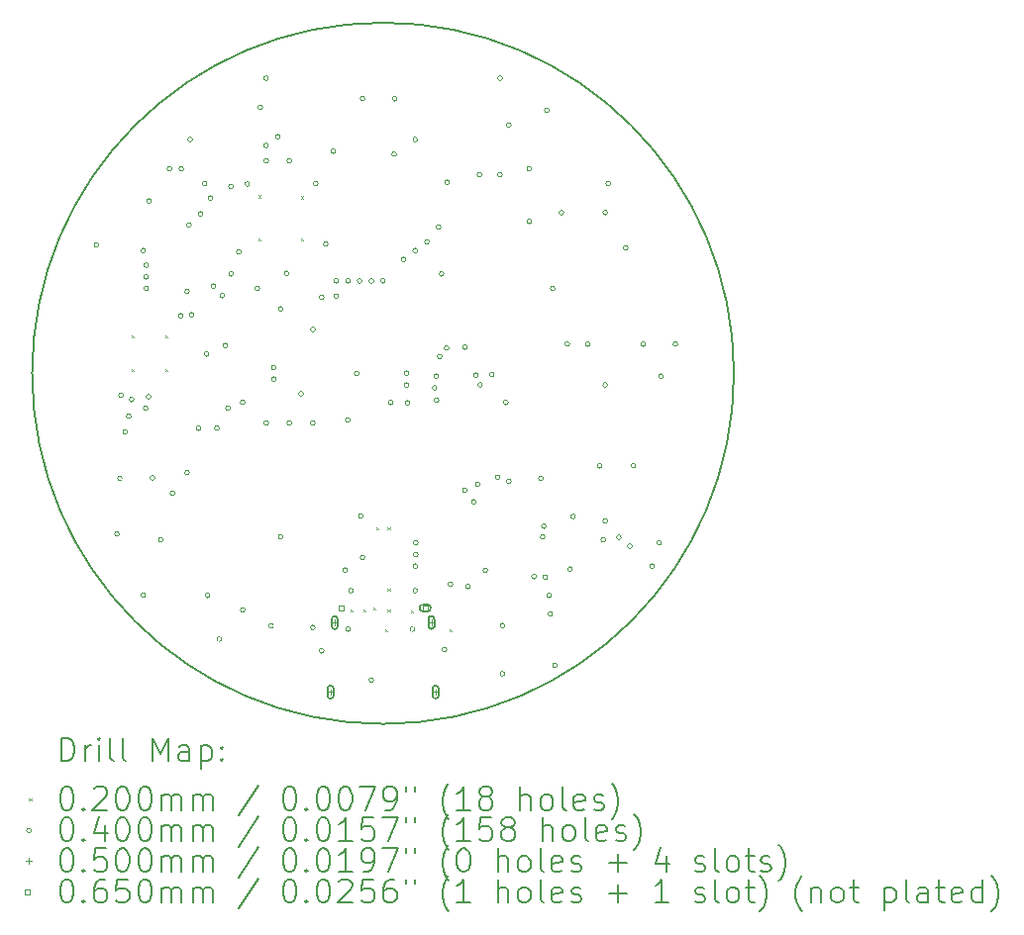
<source format=gbr>
%TF.GenerationSoftware,KiCad,Pcbnew,6.0.7+dfsg-1~bpo11+1*%
%TF.CreationDate,2022-09-06T20:27:42+02:00*%
%TF.ProjectId,pcb,7063622e-6b69-4636-9164-5f7063625858,0.1*%
%TF.SameCoordinates,Original*%
%TF.FileFunction,Drillmap*%
%TF.FilePolarity,Positive*%
%FSLAX45Y45*%
G04 Gerber Fmt 4.5, Leading zero omitted, Abs format (unit mm)*
G04 Created by KiCad (PCBNEW 6.0.7+dfsg-1~bpo11+1) date 2022-09-06 20:27:42*
%MOMM*%
%LPD*%
G01*
G04 APERTURE LIST*
%ADD10C,0.150000*%
%ADD11C,0.200000*%
%ADD12C,0.020000*%
%ADD13C,0.040000*%
%ADD14C,0.050000*%
%ADD15C,0.065000*%
G04 APERTURE END LIST*
D10*
X18000000Y-10000000D02*
G75*
G03*
X18000000Y-10000000I-3000000J0D01*
G01*
D11*
D12*
X12848149Y-9674950D02*
X12868149Y-9694950D01*
X12868149Y-9674950D02*
X12848149Y-9694950D01*
X12850000Y-9965000D02*
X12870000Y-9985000D01*
X12870000Y-9965000D02*
X12850000Y-9985000D01*
X13140000Y-9965000D02*
X13160000Y-9985000D01*
X13160000Y-9965000D02*
X13140000Y-9985000D01*
X13140148Y-9674950D02*
X13160148Y-9694950D01*
X13160148Y-9674950D02*
X13140148Y-9694950D01*
X13933303Y-8475066D02*
X13953303Y-8495066D01*
X13953303Y-8475066D02*
X13933303Y-8495066D01*
X13935000Y-8845000D02*
X13955000Y-8865000D01*
X13955000Y-8845000D02*
X13935000Y-8865000D01*
X14295000Y-8485000D02*
X14315000Y-8505000D01*
X14315000Y-8485000D02*
X14295000Y-8505000D01*
X14295000Y-8845000D02*
X14315000Y-8865000D01*
X14315000Y-8845000D02*
X14295000Y-8865000D01*
X14720000Y-12020000D02*
X14740000Y-12040000D01*
X14740000Y-12020000D02*
X14720000Y-12040000D01*
X14830000Y-12019950D02*
X14850000Y-12039950D01*
X14850000Y-12019950D02*
X14830000Y-12039950D01*
X14915650Y-12004950D02*
X14935650Y-12024950D01*
X14935650Y-12004950D02*
X14915650Y-12024950D01*
X14940000Y-11315000D02*
X14960000Y-11335000D01*
X14960000Y-11315000D02*
X14940000Y-11335000D01*
X15015000Y-12189350D02*
X15035000Y-12209350D01*
X15035000Y-12189350D02*
X15015000Y-12209350D01*
X15040000Y-11315000D02*
X15060000Y-11335000D01*
X15060000Y-11315000D02*
X15040000Y-11335000D01*
X15040000Y-11840000D02*
X15060000Y-11860000D01*
X15060000Y-11840000D02*
X15040000Y-11860000D01*
X15040000Y-12019950D02*
X15060000Y-12039950D01*
X15060000Y-12019950D02*
X15040000Y-12039950D01*
X15240000Y-12030000D02*
X15260000Y-12050000D01*
X15260000Y-12030000D02*
X15240000Y-12050000D01*
X15565000Y-12190000D02*
X15585000Y-12210000D01*
X15585000Y-12190000D02*
X15565000Y-12210000D01*
D13*
X12570000Y-8900000D02*
G75*
G03*
X12570000Y-8900000I-20000J0D01*
G01*
X12745000Y-11375000D02*
G75*
G03*
X12745000Y-11375000I-20000J0D01*
G01*
X12770000Y-10900000D02*
G75*
G03*
X12770000Y-10900000I-20000J0D01*
G01*
X12780000Y-10190000D02*
G75*
G03*
X12780000Y-10190000I-20000J0D01*
G01*
X12815000Y-10500650D02*
G75*
G03*
X12815000Y-10500650I-20000J0D01*
G01*
X12846019Y-10368580D02*
G75*
G03*
X12846019Y-10368580I-20000J0D01*
G01*
X12870450Y-10225000D02*
G75*
G03*
X12870450Y-10225000I-20000J0D01*
G01*
X12970000Y-8950000D02*
G75*
G03*
X12970000Y-8950000I-20000J0D01*
G01*
X12970000Y-11900000D02*
G75*
G03*
X12970000Y-11900000I-20000J0D01*
G01*
X12991021Y-10300000D02*
G75*
G03*
X12991021Y-10300000I-20000J0D01*
G01*
X12995000Y-9075000D02*
G75*
G03*
X12995000Y-9075000I-20000J0D01*
G01*
X12995000Y-9175000D02*
G75*
G03*
X12995000Y-9175000I-20000J0D01*
G01*
X12995000Y-9275000D02*
G75*
G03*
X12995000Y-9275000I-20000J0D01*
G01*
X13015250Y-10200000D02*
G75*
G03*
X13015250Y-10200000I-20000J0D01*
G01*
X13020000Y-8525000D02*
G75*
G03*
X13020000Y-8525000I-20000J0D01*
G01*
X13049800Y-10895200D02*
G75*
G03*
X13049800Y-10895200I-20000J0D01*
G01*
X13120000Y-11425000D02*
G75*
G03*
X13120000Y-11425000I-20000J0D01*
G01*
X13195000Y-8250000D02*
G75*
G03*
X13195000Y-8250000I-20000J0D01*
G01*
X13220000Y-11025000D02*
G75*
G03*
X13220000Y-11025000I-20000J0D01*
G01*
X13290692Y-9509550D02*
G75*
G03*
X13290692Y-9509550I-20000J0D01*
G01*
X13295000Y-8250000D02*
G75*
G03*
X13295000Y-8250000I-20000J0D01*
G01*
X13345000Y-9300000D02*
G75*
G03*
X13345000Y-9300000I-20000J0D01*
G01*
X13345000Y-10850000D02*
G75*
G03*
X13345000Y-10850000I-20000J0D01*
G01*
X13360650Y-8730000D02*
G75*
G03*
X13360650Y-8730000I-20000J0D01*
G01*
X13370000Y-8000000D02*
G75*
G03*
X13370000Y-8000000I-20000J0D01*
G01*
X13383150Y-9500000D02*
G75*
G03*
X13383150Y-9500000I-20000J0D01*
G01*
X13442660Y-10469414D02*
G75*
G03*
X13442660Y-10469414I-20000J0D01*
G01*
X13460000Y-8635000D02*
G75*
G03*
X13460000Y-8635000I-20000J0D01*
G01*
X13495000Y-8375000D02*
G75*
G03*
X13495000Y-8375000I-20000J0D01*
G01*
X13512128Y-9834972D02*
G75*
G03*
X13512128Y-9834972I-20000J0D01*
G01*
X13520000Y-11900000D02*
G75*
G03*
X13520000Y-11900000I-20000J0D01*
G01*
X13545000Y-8500000D02*
G75*
G03*
X13545000Y-8500000I-20000J0D01*
G01*
X13570000Y-9255000D02*
G75*
G03*
X13570000Y-9255000I-20000J0D01*
G01*
X13600000Y-10470000D02*
G75*
G03*
X13600000Y-10470000I-20000J0D01*
G01*
X13620000Y-12275000D02*
G75*
G03*
X13620000Y-12275000I-20000J0D01*
G01*
X13645000Y-9335000D02*
G75*
G03*
X13645000Y-9335000I-20000J0D01*
G01*
X13670000Y-9761650D02*
G75*
G03*
X13670000Y-9761650I-20000J0D01*
G01*
X13695000Y-10300000D02*
G75*
G03*
X13695000Y-10300000I-20000J0D01*
G01*
X13720000Y-8400000D02*
G75*
G03*
X13720000Y-8400000I-20000J0D01*
G01*
X13720000Y-9150000D02*
G75*
G03*
X13720000Y-9150000I-20000J0D01*
G01*
X13787965Y-8959540D02*
G75*
G03*
X13787965Y-8959540I-20000J0D01*
G01*
X13820000Y-10250000D02*
G75*
G03*
X13820000Y-10250000I-20000J0D01*
G01*
X13820000Y-12025000D02*
G75*
G03*
X13820000Y-12025000I-20000J0D01*
G01*
X13860000Y-8380000D02*
G75*
G03*
X13860000Y-8380000I-20000J0D01*
G01*
X13945000Y-9275000D02*
G75*
G03*
X13945000Y-9275000I-20000J0D01*
G01*
X13970000Y-7725000D02*
G75*
G03*
X13970000Y-7725000I-20000J0D01*
G01*
X14020000Y-7475000D02*
G75*
G03*
X14020000Y-7475000I-20000J0D01*
G01*
X14020000Y-8050000D02*
G75*
G03*
X14020000Y-8050000I-20000J0D01*
G01*
X14020000Y-8181350D02*
G75*
G03*
X14020000Y-8181350I-20000J0D01*
G01*
X14020000Y-10425000D02*
G75*
G03*
X14020000Y-10425000I-20000J0D01*
G01*
X14062550Y-12160000D02*
G75*
G03*
X14062550Y-12160000I-20000J0D01*
G01*
X14085650Y-9950000D02*
G75*
G03*
X14085650Y-9950000I-20000J0D01*
G01*
X14085650Y-10050000D02*
G75*
G03*
X14085650Y-10050000I-20000J0D01*
G01*
X14120000Y-7975000D02*
G75*
G03*
X14120000Y-7975000I-20000J0D01*
G01*
X14145000Y-9450000D02*
G75*
G03*
X14145000Y-9450000I-20000J0D01*
G01*
X14145000Y-11400000D02*
G75*
G03*
X14145000Y-11400000I-20000J0D01*
G01*
X14195000Y-9143900D02*
G75*
G03*
X14195000Y-9143900I-20000J0D01*
G01*
X14220000Y-8181350D02*
G75*
G03*
X14220000Y-8181350I-20000J0D01*
G01*
X14220000Y-10425000D02*
G75*
G03*
X14220000Y-10425000I-20000J0D01*
G01*
X14320000Y-10175000D02*
G75*
G03*
X14320000Y-10175000I-20000J0D01*
G01*
X14420000Y-9625000D02*
G75*
G03*
X14420000Y-9625000I-20000J0D01*
G01*
X14420000Y-10425000D02*
G75*
G03*
X14420000Y-10425000I-20000J0D01*
G01*
X14420000Y-12175000D02*
G75*
G03*
X14420000Y-12175000I-20000J0D01*
G01*
X14445000Y-8375000D02*
G75*
G03*
X14445000Y-8375000I-20000J0D01*
G01*
X14495000Y-9350000D02*
G75*
G03*
X14495000Y-9350000I-20000J0D01*
G01*
X14495000Y-12375000D02*
G75*
G03*
X14495000Y-12375000I-20000J0D01*
G01*
X14530000Y-8895000D02*
G75*
G03*
X14530000Y-8895000I-20000J0D01*
G01*
X14595000Y-8100000D02*
G75*
G03*
X14595000Y-8100000I-20000J0D01*
G01*
X14620000Y-9209350D02*
G75*
G03*
X14620000Y-9209350I-20000J0D01*
G01*
X14620000Y-9340650D02*
G75*
G03*
X14620000Y-9340650I-20000J0D01*
G01*
X14695000Y-11684350D02*
G75*
G03*
X14695000Y-11684350I-20000J0D01*
G01*
X14719550Y-10400000D02*
G75*
G03*
X14719550Y-10400000I-20000J0D01*
G01*
X14720000Y-9209350D02*
G75*
G03*
X14720000Y-9209350I-20000J0D01*
G01*
X14720000Y-12190000D02*
G75*
G03*
X14720000Y-12190000I-20000J0D01*
G01*
X14745000Y-11860000D02*
G75*
G03*
X14745000Y-11860000I-20000J0D01*
G01*
X14795000Y-10000000D02*
G75*
G03*
X14795000Y-10000000I-20000J0D01*
G01*
X14820000Y-9209350D02*
G75*
G03*
X14820000Y-9209350I-20000J0D01*
G01*
X14830000Y-11220000D02*
G75*
G03*
X14830000Y-11220000I-20000J0D01*
G01*
X14845000Y-7650000D02*
G75*
G03*
X14845000Y-7650000I-20000J0D01*
G01*
X14845000Y-11575000D02*
G75*
G03*
X14845000Y-11575000I-20000J0D01*
G01*
X14920000Y-9209350D02*
G75*
G03*
X14920000Y-9209350I-20000J0D01*
G01*
X14920000Y-12625000D02*
G75*
G03*
X14920000Y-12625000I-20000J0D01*
G01*
X15020000Y-9209350D02*
G75*
G03*
X15020000Y-9209350I-20000J0D01*
G01*
X15085450Y-10250000D02*
G75*
G03*
X15085450Y-10250000I-20000J0D01*
G01*
X15115000Y-8125000D02*
G75*
G03*
X15115000Y-8125000I-20000J0D01*
G01*
X15120000Y-7650000D02*
G75*
G03*
X15120000Y-7650000I-20000J0D01*
G01*
X15195000Y-9025000D02*
G75*
G03*
X15195000Y-9025000I-20000J0D01*
G01*
X15220000Y-10000000D02*
G75*
G03*
X15220000Y-10000000I-20000J0D01*
G01*
X15220000Y-10100000D02*
G75*
G03*
X15220000Y-10100000I-20000J0D01*
G01*
X15229550Y-10252500D02*
G75*
G03*
X15229550Y-10252500I-20000J0D01*
G01*
X15270000Y-12190000D02*
G75*
G03*
X15270000Y-12190000I-20000J0D01*
G01*
X15295000Y-8000000D02*
G75*
G03*
X15295000Y-8000000I-20000J0D01*
G01*
X15295000Y-8950000D02*
G75*
G03*
X15295000Y-8950000I-20000J0D01*
G01*
X15295000Y-11650000D02*
G75*
G03*
X15295000Y-11650000I-20000J0D01*
G01*
X15295000Y-11860000D02*
G75*
G03*
X15295000Y-11860000I-20000J0D01*
G01*
X15299081Y-11449840D02*
G75*
G03*
X15299081Y-11449840I-20000J0D01*
G01*
X15299081Y-11550160D02*
G75*
G03*
X15299081Y-11550160I-20000J0D01*
G01*
X15395000Y-8875000D02*
G75*
G03*
X15395000Y-8875000I-20000J0D01*
G01*
X15460450Y-10125000D02*
G75*
G03*
X15460450Y-10125000I-20000J0D01*
G01*
X15475000Y-10025000D02*
G75*
G03*
X15475000Y-10025000I-20000J0D01*
G01*
X15477500Y-10232500D02*
G75*
G03*
X15477500Y-10232500I-20000J0D01*
G01*
X15495000Y-8750000D02*
G75*
G03*
X15495000Y-8750000I-20000J0D01*
G01*
X15504761Y-9856422D02*
G75*
G03*
X15504761Y-9856422I-20000J0D01*
G01*
X15520000Y-9150000D02*
G75*
G03*
X15520000Y-9150000I-20000J0D01*
G01*
X15545000Y-12365450D02*
G75*
G03*
X15545000Y-12365450I-20000J0D01*
G01*
X15563517Y-9784397D02*
G75*
G03*
X15563517Y-9784397I-20000J0D01*
G01*
X15567201Y-8365593D02*
G75*
G03*
X15567201Y-8365593I-20000J0D01*
G01*
X15595000Y-11805000D02*
G75*
G03*
X15595000Y-11805000I-20000J0D01*
G01*
X15720000Y-9775000D02*
G75*
G03*
X15720000Y-9775000I-20000J0D01*
G01*
X15720000Y-11000000D02*
G75*
G03*
X15720000Y-11000000I-20000J0D01*
G01*
X15745000Y-11825000D02*
G75*
G03*
X15745000Y-11825000I-20000J0D01*
G01*
X15795000Y-11100000D02*
G75*
G03*
X15795000Y-11100000I-20000J0D01*
G01*
X15814565Y-10015450D02*
G75*
G03*
X15814565Y-10015450I-20000J0D01*
G01*
X15830000Y-10950000D02*
G75*
G03*
X15830000Y-10950000I-20000J0D01*
G01*
X15845000Y-8300000D02*
G75*
G03*
X15845000Y-8300000I-20000J0D01*
G01*
X15850000Y-10100000D02*
G75*
G03*
X15850000Y-10100000I-20000J0D01*
G01*
X15895000Y-11685000D02*
G75*
G03*
X15895000Y-11685000I-20000J0D01*
G01*
X15950000Y-10010000D02*
G75*
G03*
X15950000Y-10010000I-20000J0D01*
G01*
X16000000Y-10890000D02*
G75*
G03*
X16000000Y-10890000I-20000J0D01*
G01*
X16020000Y-7475000D02*
G75*
G03*
X16020000Y-7475000I-20000J0D01*
G01*
X16020000Y-8300000D02*
G75*
G03*
X16020000Y-8300000I-20000J0D01*
G01*
X16040640Y-12158719D02*
G75*
G03*
X16040640Y-12158719I-20000J0D01*
G01*
X16041400Y-12571400D02*
G75*
G03*
X16041400Y-12571400I-20000J0D01*
G01*
X16070000Y-10250000D02*
G75*
G03*
X16070000Y-10250000I-20000J0D01*
G01*
X16095000Y-7875000D02*
G75*
G03*
X16095000Y-7875000I-20000J0D01*
G01*
X16095000Y-10925000D02*
G75*
G03*
X16095000Y-10925000I-20000J0D01*
G01*
X16270000Y-8250000D02*
G75*
G03*
X16270000Y-8250000I-20000J0D01*
G01*
X16270000Y-8700000D02*
G75*
G03*
X16270000Y-8700000I-20000J0D01*
G01*
X16310744Y-11739792D02*
G75*
G03*
X16310744Y-11739792I-20000J0D01*
G01*
X16370000Y-10900000D02*
G75*
G03*
X16370000Y-10900000I-20000J0D01*
G01*
X16385000Y-11400000D02*
G75*
G03*
X16385000Y-11400000I-20000J0D01*
G01*
X16395000Y-11308350D02*
G75*
G03*
X16395000Y-11308350I-20000J0D01*
G01*
X16406491Y-11745611D02*
G75*
G03*
X16406491Y-11745611I-20000J0D01*
G01*
X16420000Y-7750000D02*
G75*
G03*
X16420000Y-7750000I-20000J0D01*
G01*
X16440000Y-11900000D02*
G75*
G03*
X16440000Y-11900000I-20000J0D01*
G01*
X16448910Y-12059082D02*
G75*
G03*
X16448910Y-12059082I-20000J0D01*
G01*
X16470000Y-9275000D02*
G75*
G03*
X16470000Y-9275000I-20000J0D01*
G01*
X16490000Y-12500000D02*
G75*
G03*
X16490000Y-12500000I-20000J0D01*
G01*
X16545000Y-8625000D02*
G75*
G03*
X16545000Y-8625000I-20000J0D01*
G01*
X16595000Y-9750000D02*
G75*
G03*
X16595000Y-9750000I-20000J0D01*
G01*
X16620000Y-11675000D02*
G75*
G03*
X16620000Y-11675000I-20000J0D01*
G01*
X16645000Y-11225000D02*
G75*
G03*
X16645000Y-11225000I-20000J0D01*
G01*
X16770000Y-9750000D02*
G75*
G03*
X16770000Y-9750000I-20000J0D01*
G01*
X16870864Y-10791650D02*
G75*
G03*
X16870864Y-10791650I-20000J0D01*
G01*
X16904350Y-11425000D02*
G75*
G03*
X16904350Y-11425000I-20000J0D01*
G01*
X16920000Y-8625000D02*
G75*
G03*
X16920000Y-8625000I-20000J0D01*
G01*
X16920000Y-10100000D02*
G75*
G03*
X16920000Y-10100000I-20000J0D01*
G01*
X16920000Y-11265000D02*
G75*
G03*
X16920000Y-11265000I-20000J0D01*
G01*
X16945000Y-8375000D02*
G75*
G03*
X16945000Y-8375000I-20000J0D01*
G01*
X17035650Y-11403835D02*
G75*
G03*
X17035650Y-11403835I-20000J0D01*
G01*
X17095000Y-8925000D02*
G75*
G03*
X17095000Y-8925000I-20000J0D01*
G01*
X17130000Y-11480000D02*
G75*
G03*
X17130000Y-11480000I-20000J0D01*
G01*
X17160000Y-10790000D02*
G75*
G03*
X17160000Y-10790000I-20000J0D01*
G01*
X17245000Y-9750000D02*
G75*
G03*
X17245000Y-9750000I-20000J0D01*
G01*
X17320000Y-11650000D02*
G75*
G03*
X17320000Y-11650000I-20000J0D01*
G01*
X17380000Y-11450000D02*
G75*
G03*
X17380000Y-11450000I-20000J0D01*
G01*
X17395000Y-10025000D02*
G75*
G03*
X17395000Y-10025000I-20000J0D01*
G01*
X17520000Y-9750000D02*
G75*
G03*
X17520000Y-9750000I-20000J0D01*
G01*
D14*
X14551000Y-12703000D02*
X14551000Y-12753000D01*
X14526000Y-12728000D02*
X14576000Y-12728000D01*
D11*
X14526000Y-12698000D02*
X14526000Y-12758000D01*
X14576000Y-12698000D02*
X14576000Y-12758000D01*
X14526000Y-12758000D02*
G75*
G03*
X14576000Y-12758000I25000J0D01*
G01*
X14576000Y-12698000D02*
G75*
G03*
X14526000Y-12698000I-25000J0D01*
G01*
D14*
X14587000Y-12108000D02*
X14587000Y-12158000D01*
X14562000Y-12133000D02*
X14612000Y-12133000D01*
D11*
X14562000Y-12103000D02*
X14562000Y-12163000D01*
X14612000Y-12103000D02*
X14612000Y-12163000D01*
X14562000Y-12163000D02*
G75*
G03*
X14612000Y-12163000I25000J0D01*
G01*
X14612000Y-12103000D02*
G75*
G03*
X14562000Y-12103000I-25000J0D01*
G01*
D14*
X15413000Y-12108000D02*
X15413000Y-12158000D01*
X15388000Y-12133000D02*
X15438000Y-12133000D01*
D11*
X15388000Y-12103000D02*
X15388000Y-12163000D01*
X15438000Y-12103000D02*
X15438000Y-12163000D01*
X15388000Y-12163000D02*
G75*
G03*
X15438000Y-12163000I25000J0D01*
G01*
X15438000Y-12103000D02*
G75*
G03*
X15388000Y-12103000I-25000J0D01*
G01*
D14*
X15449000Y-12703000D02*
X15449000Y-12753000D01*
X15424000Y-12728000D02*
X15474000Y-12728000D01*
D11*
X15424000Y-12698000D02*
X15424000Y-12758000D01*
X15474000Y-12698000D02*
X15474000Y-12758000D01*
X15424000Y-12758000D02*
G75*
G03*
X15474000Y-12758000I25000J0D01*
G01*
X15474000Y-12698000D02*
G75*
G03*
X15424000Y-12698000I-25000J0D01*
G01*
D15*
X14662981Y-12030981D02*
X14662981Y-11985019D01*
X14617019Y-11985019D01*
X14617019Y-12030981D01*
X14662981Y-12030981D01*
X15382981Y-12030981D02*
X15382981Y-11985019D01*
X15337019Y-11985019D01*
X15337019Y-12030981D01*
X15382981Y-12030981D01*
D11*
X15345000Y-12040500D02*
X15375000Y-12040500D01*
X15345000Y-11975500D02*
X15375000Y-11975500D01*
X15375000Y-12040500D02*
G75*
G03*
X15375000Y-11975500I0J32500D01*
G01*
X15345000Y-11975500D02*
G75*
G03*
X15345000Y-12040500I0J-32500D01*
G01*
X12250119Y-13317976D02*
X12250119Y-13117976D01*
X12297738Y-13117976D01*
X12326309Y-13127500D01*
X12345357Y-13146548D01*
X12354881Y-13165595D01*
X12364405Y-13203690D01*
X12364405Y-13232262D01*
X12354881Y-13270357D01*
X12345357Y-13289405D01*
X12326309Y-13308452D01*
X12297738Y-13317976D01*
X12250119Y-13317976D01*
X12450119Y-13317976D02*
X12450119Y-13184643D01*
X12450119Y-13222738D02*
X12459643Y-13203690D01*
X12469167Y-13194167D01*
X12488214Y-13184643D01*
X12507262Y-13184643D01*
X12573928Y-13317976D02*
X12573928Y-13184643D01*
X12573928Y-13117976D02*
X12564405Y-13127500D01*
X12573928Y-13137024D01*
X12583452Y-13127500D01*
X12573928Y-13117976D01*
X12573928Y-13137024D01*
X12697738Y-13317976D02*
X12678690Y-13308452D01*
X12669167Y-13289405D01*
X12669167Y-13117976D01*
X12802500Y-13317976D02*
X12783452Y-13308452D01*
X12773928Y-13289405D01*
X12773928Y-13117976D01*
X13031071Y-13317976D02*
X13031071Y-13117976D01*
X13097738Y-13260833D01*
X13164405Y-13117976D01*
X13164405Y-13317976D01*
X13345357Y-13317976D02*
X13345357Y-13213214D01*
X13335833Y-13194167D01*
X13316786Y-13184643D01*
X13278690Y-13184643D01*
X13259643Y-13194167D01*
X13345357Y-13308452D02*
X13326309Y-13317976D01*
X13278690Y-13317976D01*
X13259643Y-13308452D01*
X13250119Y-13289405D01*
X13250119Y-13270357D01*
X13259643Y-13251309D01*
X13278690Y-13241786D01*
X13326309Y-13241786D01*
X13345357Y-13232262D01*
X13440595Y-13184643D02*
X13440595Y-13384643D01*
X13440595Y-13194167D02*
X13459643Y-13184643D01*
X13497738Y-13184643D01*
X13516786Y-13194167D01*
X13526309Y-13203690D01*
X13535833Y-13222738D01*
X13535833Y-13279881D01*
X13526309Y-13298928D01*
X13516786Y-13308452D01*
X13497738Y-13317976D01*
X13459643Y-13317976D01*
X13440595Y-13308452D01*
X13621548Y-13298928D02*
X13631071Y-13308452D01*
X13621548Y-13317976D01*
X13612024Y-13308452D01*
X13621548Y-13298928D01*
X13621548Y-13317976D01*
X13621548Y-13194167D02*
X13631071Y-13203690D01*
X13621548Y-13213214D01*
X13612024Y-13203690D01*
X13621548Y-13194167D01*
X13621548Y-13213214D01*
D12*
X11972500Y-13637500D02*
X11992500Y-13657500D01*
X11992500Y-13637500D02*
X11972500Y-13657500D01*
D11*
X12288214Y-13537976D02*
X12307262Y-13537976D01*
X12326309Y-13547500D01*
X12335833Y-13557024D01*
X12345357Y-13576071D01*
X12354881Y-13614167D01*
X12354881Y-13661786D01*
X12345357Y-13699881D01*
X12335833Y-13718928D01*
X12326309Y-13728452D01*
X12307262Y-13737976D01*
X12288214Y-13737976D01*
X12269167Y-13728452D01*
X12259643Y-13718928D01*
X12250119Y-13699881D01*
X12240595Y-13661786D01*
X12240595Y-13614167D01*
X12250119Y-13576071D01*
X12259643Y-13557024D01*
X12269167Y-13547500D01*
X12288214Y-13537976D01*
X12440595Y-13718928D02*
X12450119Y-13728452D01*
X12440595Y-13737976D01*
X12431071Y-13728452D01*
X12440595Y-13718928D01*
X12440595Y-13737976D01*
X12526309Y-13557024D02*
X12535833Y-13547500D01*
X12554881Y-13537976D01*
X12602500Y-13537976D01*
X12621548Y-13547500D01*
X12631071Y-13557024D01*
X12640595Y-13576071D01*
X12640595Y-13595119D01*
X12631071Y-13623690D01*
X12516786Y-13737976D01*
X12640595Y-13737976D01*
X12764405Y-13537976D02*
X12783452Y-13537976D01*
X12802500Y-13547500D01*
X12812024Y-13557024D01*
X12821548Y-13576071D01*
X12831071Y-13614167D01*
X12831071Y-13661786D01*
X12821548Y-13699881D01*
X12812024Y-13718928D01*
X12802500Y-13728452D01*
X12783452Y-13737976D01*
X12764405Y-13737976D01*
X12745357Y-13728452D01*
X12735833Y-13718928D01*
X12726309Y-13699881D01*
X12716786Y-13661786D01*
X12716786Y-13614167D01*
X12726309Y-13576071D01*
X12735833Y-13557024D01*
X12745357Y-13547500D01*
X12764405Y-13537976D01*
X12954881Y-13537976D02*
X12973928Y-13537976D01*
X12992976Y-13547500D01*
X13002500Y-13557024D01*
X13012024Y-13576071D01*
X13021548Y-13614167D01*
X13021548Y-13661786D01*
X13012024Y-13699881D01*
X13002500Y-13718928D01*
X12992976Y-13728452D01*
X12973928Y-13737976D01*
X12954881Y-13737976D01*
X12935833Y-13728452D01*
X12926309Y-13718928D01*
X12916786Y-13699881D01*
X12907262Y-13661786D01*
X12907262Y-13614167D01*
X12916786Y-13576071D01*
X12926309Y-13557024D01*
X12935833Y-13547500D01*
X12954881Y-13537976D01*
X13107262Y-13737976D02*
X13107262Y-13604643D01*
X13107262Y-13623690D02*
X13116786Y-13614167D01*
X13135833Y-13604643D01*
X13164405Y-13604643D01*
X13183452Y-13614167D01*
X13192976Y-13633214D01*
X13192976Y-13737976D01*
X13192976Y-13633214D02*
X13202500Y-13614167D01*
X13221548Y-13604643D01*
X13250119Y-13604643D01*
X13269167Y-13614167D01*
X13278690Y-13633214D01*
X13278690Y-13737976D01*
X13373928Y-13737976D02*
X13373928Y-13604643D01*
X13373928Y-13623690D02*
X13383452Y-13614167D01*
X13402500Y-13604643D01*
X13431071Y-13604643D01*
X13450119Y-13614167D01*
X13459643Y-13633214D01*
X13459643Y-13737976D01*
X13459643Y-13633214D02*
X13469167Y-13614167D01*
X13488214Y-13604643D01*
X13516786Y-13604643D01*
X13535833Y-13614167D01*
X13545357Y-13633214D01*
X13545357Y-13737976D01*
X13935833Y-13528452D02*
X13764405Y-13785595D01*
X14192976Y-13537976D02*
X14212024Y-13537976D01*
X14231071Y-13547500D01*
X14240595Y-13557024D01*
X14250119Y-13576071D01*
X14259643Y-13614167D01*
X14259643Y-13661786D01*
X14250119Y-13699881D01*
X14240595Y-13718928D01*
X14231071Y-13728452D01*
X14212024Y-13737976D01*
X14192976Y-13737976D01*
X14173928Y-13728452D01*
X14164405Y-13718928D01*
X14154881Y-13699881D01*
X14145357Y-13661786D01*
X14145357Y-13614167D01*
X14154881Y-13576071D01*
X14164405Y-13557024D01*
X14173928Y-13547500D01*
X14192976Y-13537976D01*
X14345357Y-13718928D02*
X14354881Y-13728452D01*
X14345357Y-13737976D01*
X14335833Y-13728452D01*
X14345357Y-13718928D01*
X14345357Y-13737976D01*
X14478690Y-13537976D02*
X14497738Y-13537976D01*
X14516786Y-13547500D01*
X14526309Y-13557024D01*
X14535833Y-13576071D01*
X14545357Y-13614167D01*
X14545357Y-13661786D01*
X14535833Y-13699881D01*
X14526309Y-13718928D01*
X14516786Y-13728452D01*
X14497738Y-13737976D01*
X14478690Y-13737976D01*
X14459643Y-13728452D01*
X14450119Y-13718928D01*
X14440595Y-13699881D01*
X14431071Y-13661786D01*
X14431071Y-13614167D01*
X14440595Y-13576071D01*
X14450119Y-13557024D01*
X14459643Y-13547500D01*
X14478690Y-13537976D01*
X14669167Y-13537976D02*
X14688214Y-13537976D01*
X14707262Y-13547500D01*
X14716786Y-13557024D01*
X14726309Y-13576071D01*
X14735833Y-13614167D01*
X14735833Y-13661786D01*
X14726309Y-13699881D01*
X14716786Y-13718928D01*
X14707262Y-13728452D01*
X14688214Y-13737976D01*
X14669167Y-13737976D01*
X14650119Y-13728452D01*
X14640595Y-13718928D01*
X14631071Y-13699881D01*
X14621548Y-13661786D01*
X14621548Y-13614167D01*
X14631071Y-13576071D01*
X14640595Y-13557024D01*
X14650119Y-13547500D01*
X14669167Y-13537976D01*
X14802500Y-13537976D02*
X14935833Y-13537976D01*
X14850119Y-13737976D01*
X15021548Y-13737976D02*
X15059643Y-13737976D01*
X15078690Y-13728452D01*
X15088214Y-13718928D01*
X15107262Y-13690357D01*
X15116786Y-13652262D01*
X15116786Y-13576071D01*
X15107262Y-13557024D01*
X15097738Y-13547500D01*
X15078690Y-13537976D01*
X15040595Y-13537976D01*
X15021548Y-13547500D01*
X15012024Y-13557024D01*
X15002500Y-13576071D01*
X15002500Y-13623690D01*
X15012024Y-13642738D01*
X15021548Y-13652262D01*
X15040595Y-13661786D01*
X15078690Y-13661786D01*
X15097738Y-13652262D01*
X15107262Y-13642738D01*
X15116786Y-13623690D01*
X15192976Y-13537976D02*
X15192976Y-13576071D01*
X15269167Y-13537976D02*
X15269167Y-13576071D01*
X15564405Y-13814167D02*
X15554881Y-13804643D01*
X15535833Y-13776071D01*
X15526309Y-13757024D01*
X15516786Y-13728452D01*
X15507262Y-13680833D01*
X15507262Y-13642738D01*
X15516786Y-13595119D01*
X15526309Y-13566548D01*
X15535833Y-13547500D01*
X15554881Y-13518928D01*
X15564405Y-13509405D01*
X15745357Y-13737976D02*
X15631071Y-13737976D01*
X15688214Y-13737976D02*
X15688214Y-13537976D01*
X15669167Y-13566548D01*
X15650119Y-13585595D01*
X15631071Y-13595119D01*
X15859643Y-13623690D02*
X15840595Y-13614167D01*
X15831071Y-13604643D01*
X15821548Y-13585595D01*
X15821548Y-13576071D01*
X15831071Y-13557024D01*
X15840595Y-13547500D01*
X15859643Y-13537976D01*
X15897738Y-13537976D01*
X15916786Y-13547500D01*
X15926309Y-13557024D01*
X15935833Y-13576071D01*
X15935833Y-13585595D01*
X15926309Y-13604643D01*
X15916786Y-13614167D01*
X15897738Y-13623690D01*
X15859643Y-13623690D01*
X15840595Y-13633214D01*
X15831071Y-13642738D01*
X15821548Y-13661786D01*
X15821548Y-13699881D01*
X15831071Y-13718928D01*
X15840595Y-13728452D01*
X15859643Y-13737976D01*
X15897738Y-13737976D01*
X15916786Y-13728452D01*
X15926309Y-13718928D01*
X15935833Y-13699881D01*
X15935833Y-13661786D01*
X15926309Y-13642738D01*
X15916786Y-13633214D01*
X15897738Y-13623690D01*
X16173928Y-13737976D02*
X16173928Y-13537976D01*
X16259643Y-13737976D02*
X16259643Y-13633214D01*
X16250119Y-13614167D01*
X16231071Y-13604643D01*
X16202500Y-13604643D01*
X16183452Y-13614167D01*
X16173928Y-13623690D01*
X16383452Y-13737976D02*
X16364405Y-13728452D01*
X16354881Y-13718928D01*
X16345357Y-13699881D01*
X16345357Y-13642738D01*
X16354881Y-13623690D01*
X16364405Y-13614167D01*
X16383452Y-13604643D01*
X16412024Y-13604643D01*
X16431071Y-13614167D01*
X16440595Y-13623690D01*
X16450119Y-13642738D01*
X16450119Y-13699881D01*
X16440595Y-13718928D01*
X16431071Y-13728452D01*
X16412024Y-13737976D01*
X16383452Y-13737976D01*
X16564405Y-13737976D02*
X16545357Y-13728452D01*
X16535833Y-13709405D01*
X16535833Y-13537976D01*
X16716786Y-13728452D02*
X16697738Y-13737976D01*
X16659643Y-13737976D01*
X16640595Y-13728452D01*
X16631071Y-13709405D01*
X16631071Y-13633214D01*
X16640595Y-13614167D01*
X16659643Y-13604643D01*
X16697738Y-13604643D01*
X16716786Y-13614167D01*
X16726309Y-13633214D01*
X16726309Y-13652262D01*
X16631071Y-13671309D01*
X16802500Y-13728452D02*
X16821548Y-13737976D01*
X16859643Y-13737976D01*
X16878690Y-13728452D01*
X16888214Y-13709405D01*
X16888214Y-13699881D01*
X16878690Y-13680833D01*
X16859643Y-13671309D01*
X16831071Y-13671309D01*
X16812024Y-13661786D01*
X16802500Y-13642738D01*
X16802500Y-13633214D01*
X16812024Y-13614167D01*
X16831071Y-13604643D01*
X16859643Y-13604643D01*
X16878690Y-13614167D01*
X16954881Y-13814167D02*
X16964405Y-13804643D01*
X16983452Y-13776071D01*
X16992976Y-13757024D01*
X17002500Y-13728452D01*
X17012024Y-13680833D01*
X17012024Y-13642738D01*
X17002500Y-13595119D01*
X16992976Y-13566548D01*
X16983452Y-13547500D01*
X16964405Y-13518928D01*
X16954881Y-13509405D01*
D13*
X11992500Y-13911500D02*
G75*
G03*
X11992500Y-13911500I-20000J0D01*
G01*
D11*
X12288214Y-13801976D02*
X12307262Y-13801976D01*
X12326309Y-13811500D01*
X12335833Y-13821024D01*
X12345357Y-13840071D01*
X12354881Y-13878167D01*
X12354881Y-13925786D01*
X12345357Y-13963881D01*
X12335833Y-13982928D01*
X12326309Y-13992452D01*
X12307262Y-14001976D01*
X12288214Y-14001976D01*
X12269167Y-13992452D01*
X12259643Y-13982928D01*
X12250119Y-13963881D01*
X12240595Y-13925786D01*
X12240595Y-13878167D01*
X12250119Y-13840071D01*
X12259643Y-13821024D01*
X12269167Y-13811500D01*
X12288214Y-13801976D01*
X12440595Y-13982928D02*
X12450119Y-13992452D01*
X12440595Y-14001976D01*
X12431071Y-13992452D01*
X12440595Y-13982928D01*
X12440595Y-14001976D01*
X12621548Y-13868643D02*
X12621548Y-14001976D01*
X12573928Y-13792452D02*
X12526309Y-13935309D01*
X12650119Y-13935309D01*
X12764405Y-13801976D02*
X12783452Y-13801976D01*
X12802500Y-13811500D01*
X12812024Y-13821024D01*
X12821548Y-13840071D01*
X12831071Y-13878167D01*
X12831071Y-13925786D01*
X12821548Y-13963881D01*
X12812024Y-13982928D01*
X12802500Y-13992452D01*
X12783452Y-14001976D01*
X12764405Y-14001976D01*
X12745357Y-13992452D01*
X12735833Y-13982928D01*
X12726309Y-13963881D01*
X12716786Y-13925786D01*
X12716786Y-13878167D01*
X12726309Y-13840071D01*
X12735833Y-13821024D01*
X12745357Y-13811500D01*
X12764405Y-13801976D01*
X12954881Y-13801976D02*
X12973928Y-13801976D01*
X12992976Y-13811500D01*
X13002500Y-13821024D01*
X13012024Y-13840071D01*
X13021548Y-13878167D01*
X13021548Y-13925786D01*
X13012024Y-13963881D01*
X13002500Y-13982928D01*
X12992976Y-13992452D01*
X12973928Y-14001976D01*
X12954881Y-14001976D01*
X12935833Y-13992452D01*
X12926309Y-13982928D01*
X12916786Y-13963881D01*
X12907262Y-13925786D01*
X12907262Y-13878167D01*
X12916786Y-13840071D01*
X12926309Y-13821024D01*
X12935833Y-13811500D01*
X12954881Y-13801976D01*
X13107262Y-14001976D02*
X13107262Y-13868643D01*
X13107262Y-13887690D02*
X13116786Y-13878167D01*
X13135833Y-13868643D01*
X13164405Y-13868643D01*
X13183452Y-13878167D01*
X13192976Y-13897214D01*
X13192976Y-14001976D01*
X13192976Y-13897214D02*
X13202500Y-13878167D01*
X13221548Y-13868643D01*
X13250119Y-13868643D01*
X13269167Y-13878167D01*
X13278690Y-13897214D01*
X13278690Y-14001976D01*
X13373928Y-14001976D02*
X13373928Y-13868643D01*
X13373928Y-13887690D02*
X13383452Y-13878167D01*
X13402500Y-13868643D01*
X13431071Y-13868643D01*
X13450119Y-13878167D01*
X13459643Y-13897214D01*
X13459643Y-14001976D01*
X13459643Y-13897214D02*
X13469167Y-13878167D01*
X13488214Y-13868643D01*
X13516786Y-13868643D01*
X13535833Y-13878167D01*
X13545357Y-13897214D01*
X13545357Y-14001976D01*
X13935833Y-13792452D02*
X13764405Y-14049595D01*
X14192976Y-13801976D02*
X14212024Y-13801976D01*
X14231071Y-13811500D01*
X14240595Y-13821024D01*
X14250119Y-13840071D01*
X14259643Y-13878167D01*
X14259643Y-13925786D01*
X14250119Y-13963881D01*
X14240595Y-13982928D01*
X14231071Y-13992452D01*
X14212024Y-14001976D01*
X14192976Y-14001976D01*
X14173928Y-13992452D01*
X14164405Y-13982928D01*
X14154881Y-13963881D01*
X14145357Y-13925786D01*
X14145357Y-13878167D01*
X14154881Y-13840071D01*
X14164405Y-13821024D01*
X14173928Y-13811500D01*
X14192976Y-13801976D01*
X14345357Y-13982928D02*
X14354881Y-13992452D01*
X14345357Y-14001976D01*
X14335833Y-13992452D01*
X14345357Y-13982928D01*
X14345357Y-14001976D01*
X14478690Y-13801976D02*
X14497738Y-13801976D01*
X14516786Y-13811500D01*
X14526309Y-13821024D01*
X14535833Y-13840071D01*
X14545357Y-13878167D01*
X14545357Y-13925786D01*
X14535833Y-13963881D01*
X14526309Y-13982928D01*
X14516786Y-13992452D01*
X14497738Y-14001976D01*
X14478690Y-14001976D01*
X14459643Y-13992452D01*
X14450119Y-13982928D01*
X14440595Y-13963881D01*
X14431071Y-13925786D01*
X14431071Y-13878167D01*
X14440595Y-13840071D01*
X14450119Y-13821024D01*
X14459643Y-13811500D01*
X14478690Y-13801976D01*
X14735833Y-14001976D02*
X14621548Y-14001976D01*
X14678690Y-14001976D02*
X14678690Y-13801976D01*
X14659643Y-13830548D01*
X14640595Y-13849595D01*
X14621548Y-13859119D01*
X14916786Y-13801976D02*
X14821548Y-13801976D01*
X14812024Y-13897214D01*
X14821548Y-13887690D01*
X14840595Y-13878167D01*
X14888214Y-13878167D01*
X14907262Y-13887690D01*
X14916786Y-13897214D01*
X14926309Y-13916262D01*
X14926309Y-13963881D01*
X14916786Y-13982928D01*
X14907262Y-13992452D01*
X14888214Y-14001976D01*
X14840595Y-14001976D01*
X14821548Y-13992452D01*
X14812024Y-13982928D01*
X14992976Y-13801976D02*
X15126309Y-13801976D01*
X15040595Y-14001976D01*
X15192976Y-13801976D02*
X15192976Y-13840071D01*
X15269167Y-13801976D02*
X15269167Y-13840071D01*
X15564405Y-14078167D02*
X15554881Y-14068643D01*
X15535833Y-14040071D01*
X15526309Y-14021024D01*
X15516786Y-13992452D01*
X15507262Y-13944833D01*
X15507262Y-13906738D01*
X15516786Y-13859119D01*
X15526309Y-13830548D01*
X15535833Y-13811500D01*
X15554881Y-13782928D01*
X15564405Y-13773405D01*
X15745357Y-14001976D02*
X15631071Y-14001976D01*
X15688214Y-14001976D02*
X15688214Y-13801976D01*
X15669167Y-13830548D01*
X15650119Y-13849595D01*
X15631071Y-13859119D01*
X15926309Y-13801976D02*
X15831071Y-13801976D01*
X15821548Y-13897214D01*
X15831071Y-13887690D01*
X15850119Y-13878167D01*
X15897738Y-13878167D01*
X15916786Y-13887690D01*
X15926309Y-13897214D01*
X15935833Y-13916262D01*
X15935833Y-13963881D01*
X15926309Y-13982928D01*
X15916786Y-13992452D01*
X15897738Y-14001976D01*
X15850119Y-14001976D01*
X15831071Y-13992452D01*
X15821548Y-13982928D01*
X16050119Y-13887690D02*
X16031071Y-13878167D01*
X16021548Y-13868643D01*
X16012024Y-13849595D01*
X16012024Y-13840071D01*
X16021548Y-13821024D01*
X16031071Y-13811500D01*
X16050119Y-13801976D01*
X16088214Y-13801976D01*
X16107262Y-13811500D01*
X16116786Y-13821024D01*
X16126309Y-13840071D01*
X16126309Y-13849595D01*
X16116786Y-13868643D01*
X16107262Y-13878167D01*
X16088214Y-13887690D01*
X16050119Y-13887690D01*
X16031071Y-13897214D01*
X16021548Y-13906738D01*
X16012024Y-13925786D01*
X16012024Y-13963881D01*
X16021548Y-13982928D01*
X16031071Y-13992452D01*
X16050119Y-14001976D01*
X16088214Y-14001976D01*
X16107262Y-13992452D01*
X16116786Y-13982928D01*
X16126309Y-13963881D01*
X16126309Y-13925786D01*
X16116786Y-13906738D01*
X16107262Y-13897214D01*
X16088214Y-13887690D01*
X16364405Y-14001976D02*
X16364405Y-13801976D01*
X16450119Y-14001976D02*
X16450119Y-13897214D01*
X16440595Y-13878167D01*
X16421548Y-13868643D01*
X16392976Y-13868643D01*
X16373928Y-13878167D01*
X16364405Y-13887690D01*
X16573928Y-14001976D02*
X16554881Y-13992452D01*
X16545357Y-13982928D01*
X16535833Y-13963881D01*
X16535833Y-13906738D01*
X16545357Y-13887690D01*
X16554881Y-13878167D01*
X16573928Y-13868643D01*
X16602500Y-13868643D01*
X16621548Y-13878167D01*
X16631071Y-13887690D01*
X16640595Y-13906738D01*
X16640595Y-13963881D01*
X16631071Y-13982928D01*
X16621548Y-13992452D01*
X16602500Y-14001976D01*
X16573928Y-14001976D01*
X16754881Y-14001976D02*
X16735833Y-13992452D01*
X16726309Y-13973405D01*
X16726309Y-13801976D01*
X16907262Y-13992452D02*
X16888214Y-14001976D01*
X16850119Y-14001976D01*
X16831071Y-13992452D01*
X16821548Y-13973405D01*
X16821548Y-13897214D01*
X16831071Y-13878167D01*
X16850119Y-13868643D01*
X16888214Y-13868643D01*
X16907262Y-13878167D01*
X16916786Y-13897214D01*
X16916786Y-13916262D01*
X16821548Y-13935309D01*
X16992976Y-13992452D02*
X17012024Y-14001976D01*
X17050119Y-14001976D01*
X17069167Y-13992452D01*
X17078690Y-13973405D01*
X17078690Y-13963881D01*
X17069167Y-13944833D01*
X17050119Y-13935309D01*
X17021548Y-13935309D01*
X17002500Y-13925786D01*
X16992976Y-13906738D01*
X16992976Y-13897214D01*
X17002500Y-13878167D01*
X17021548Y-13868643D01*
X17050119Y-13868643D01*
X17069167Y-13878167D01*
X17145357Y-14078167D02*
X17154881Y-14068643D01*
X17173929Y-14040071D01*
X17183452Y-14021024D01*
X17192976Y-13992452D01*
X17202500Y-13944833D01*
X17202500Y-13906738D01*
X17192976Y-13859119D01*
X17183452Y-13830548D01*
X17173929Y-13811500D01*
X17154881Y-13782928D01*
X17145357Y-13773405D01*
D14*
X11967500Y-14150500D02*
X11967500Y-14200500D01*
X11942500Y-14175500D02*
X11992500Y-14175500D01*
D11*
X12288214Y-14065976D02*
X12307262Y-14065976D01*
X12326309Y-14075500D01*
X12335833Y-14085024D01*
X12345357Y-14104071D01*
X12354881Y-14142167D01*
X12354881Y-14189786D01*
X12345357Y-14227881D01*
X12335833Y-14246928D01*
X12326309Y-14256452D01*
X12307262Y-14265976D01*
X12288214Y-14265976D01*
X12269167Y-14256452D01*
X12259643Y-14246928D01*
X12250119Y-14227881D01*
X12240595Y-14189786D01*
X12240595Y-14142167D01*
X12250119Y-14104071D01*
X12259643Y-14085024D01*
X12269167Y-14075500D01*
X12288214Y-14065976D01*
X12440595Y-14246928D02*
X12450119Y-14256452D01*
X12440595Y-14265976D01*
X12431071Y-14256452D01*
X12440595Y-14246928D01*
X12440595Y-14265976D01*
X12631071Y-14065976D02*
X12535833Y-14065976D01*
X12526309Y-14161214D01*
X12535833Y-14151690D01*
X12554881Y-14142167D01*
X12602500Y-14142167D01*
X12621548Y-14151690D01*
X12631071Y-14161214D01*
X12640595Y-14180262D01*
X12640595Y-14227881D01*
X12631071Y-14246928D01*
X12621548Y-14256452D01*
X12602500Y-14265976D01*
X12554881Y-14265976D01*
X12535833Y-14256452D01*
X12526309Y-14246928D01*
X12764405Y-14065976D02*
X12783452Y-14065976D01*
X12802500Y-14075500D01*
X12812024Y-14085024D01*
X12821548Y-14104071D01*
X12831071Y-14142167D01*
X12831071Y-14189786D01*
X12821548Y-14227881D01*
X12812024Y-14246928D01*
X12802500Y-14256452D01*
X12783452Y-14265976D01*
X12764405Y-14265976D01*
X12745357Y-14256452D01*
X12735833Y-14246928D01*
X12726309Y-14227881D01*
X12716786Y-14189786D01*
X12716786Y-14142167D01*
X12726309Y-14104071D01*
X12735833Y-14085024D01*
X12745357Y-14075500D01*
X12764405Y-14065976D01*
X12954881Y-14065976D02*
X12973928Y-14065976D01*
X12992976Y-14075500D01*
X13002500Y-14085024D01*
X13012024Y-14104071D01*
X13021548Y-14142167D01*
X13021548Y-14189786D01*
X13012024Y-14227881D01*
X13002500Y-14246928D01*
X12992976Y-14256452D01*
X12973928Y-14265976D01*
X12954881Y-14265976D01*
X12935833Y-14256452D01*
X12926309Y-14246928D01*
X12916786Y-14227881D01*
X12907262Y-14189786D01*
X12907262Y-14142167D01*
X12916786Y-14104071D01*
X12926309Y-14085024D01*
X12935833Y-14075500D01*
X12954881Y-14065976D01*
X13107262Y-14265976D02*
X13107262Y-14132643D01*
X13107262Y-14151690D02*
X13116786Y-14142167D01*
X13135833Y-14132643D01*
X13164405Y-14132643D01*
X13183452Y-14142167D01*
X13192976Y-14161214D01*
X13192976Y-14265976D01*
X13192976Y-14161214D02*
X13202500Y-14142167D01*
X13221548Y-14132643D01*
X13250119Y-14132643D01*
X13269167Y-14142167D01*
X13278690Y-14161214D01*
X13278690Y-14265976D01*
X13373928Y-14265976D02*
X13373928Y-14132643D01*
X13373928Y-14151690D02*
X13383452Y-14142167D01*
X13402500Y-14132643D01*
X13431071Y-14132643D01*
X13450119Y-14142167D01*
X13459643Y-14161214D01*
X13459643Y-14265976D01*
X13459643Y-14161214D02*
X13469167Y-14142167D01*
X13488214Y-14132643D01*
X13516786Y-14132643D01*
X13535833Y-14142167D01*
X13545357Y-14161214D01*
X13545357Y-14265976D01*
X13935833Y-14056452D02*
X13764405Y-14313595D01*
X14192976Y-14065976D02*
X14212024Y-14065976D01*
X14231071Y-14075500D01*
X14240595Y-14085024D01*
X14250119Y-14104071D01*
X14259643Y-14142167D01*
X14259643Y-14189786D01*
X14250119Y-14227881D01*
X14240595Y-14246928D01*
X14231071Y-14256452D01*
X14212024Y-14265976D01*
X14192976Y-14265976D01*
X14173928Y-14256452D01*
X14164405Y-14246928D01*
X14154881Y-14227881D01*
X14145357Y-14189786D01*
X14145357Y-14142167D01*
X14154881Y-14104071D01*
X14164405Y-14085024D01*
X14173928Y-14075500D01*
X14192976Y-14065976D01*
X14345357Y-14246928D02*
X14354881Y-14256452D01*
X14345357Y-14265976D01*
X14335833Y-14256452D01*
X14345357Y-14246928D01*
X14345357Y-14265976D01*
X14478690Y-14065976D02*
X14497738Y-14065976D01*
X14516786Y-14075500D01*
X14526309Y-14085024D01*
X14535833Y-14104071D01*
X14545357Y-14142167D01*
X14545357Y-14189786D01*
X14535833Y-14227881D01*
X14526309Y-14246928D01*
X14516786Y-14256452D01*
X14497738Y-14265976D01*
X14478690Y-14265976D01*
X14459643Y-14256452D01*
X14450119Y-14246928D01*
X14440595Y-14227881D01*
X14431071Y-14189786D01*
X14431071Y-14142167D01*
X14440595Y-14104071D01*
X14450119Y-14085024D01*
X14459643Y-14075500D01*
X14478690Y-14065976D01*
X14735833Y-14265976D02*
X14621548Y-14265976D01*
X14678690Y-14265976D02*
X14678690Y-14065976D01*
X14659643Y-14094548D01*
X14640595Y-14113595D01*
X14621548Y-14123119D01*
X14831071Y-14265976D02*
X14869167Y-14265976D01*
X14888214Y-14256452D01*
X14897738Y-14246928D01*
X14916786Y-14218357D01*
X14926309Y-14180262D01*
X14926309Y-14104071D01*
X14916786Y-14085024D01*
X14907262Y-14075500D01*
X14888214Y-14065976D01*
X14850119Y-14065976D01*
X14831071Y-14075500D01*
X14821548Y-14085024D01*
X14812024Y-14104071D01*
X14812024Y-14151690D01*
X14821548Y-14170738D01*
X14831071Y-14180262D01*
X14850119Y-14189786D01*
X14888214Y-14189786D01*
X14907262Y-14180262D01*
X14916786Y-14170738D01*
X14926309Y-14151690D01*
X14992976Y-14065976D02*
X15126309Y-14065976D01*
X15040595Y-14265976D01*
X15192976Y-14065976D02*
X15192976Y-14104071D01*
X15269167Y-14065976D02*
X15269167Y-14104071D01*
X15564405Y-14342167D02*
X15554881Y-14332643D01*
X15535833Y-14304071D01*
X15526309Y-14285024D01*
X15516786Y-14256452D01*
X15507262Y-14208833D01*
X15507262Y-14170738D01*
X15516786Y-14123119D01*
X15526309Y-14094548D01*
X15535833Y-14075500D01*
X15554881Y-14046928D01*
X15564405Y-14037405D01*
X15678690Y-14065976D02*
X15697738Y-14065976D01*
X15716786Y-14075500D01*
X15726309Y-14085024D01*
X15735833Y-14104071D01*
X15745357Y-14142167D01*
X15745357Y-14189786D01*
X15735833Y-14227881D01*
X15726309Y-14246928D01*
X15716786Y-14256452D01*
X15697738Y-14265976D01*
X15678690Y-14265976D01*
X15659643Y-14256452D01*
X15650119Y-14246928D01*
X15640595Y-14227881D01*
X15631071Y-14189786D01*
X15631071Y-14142167D01*
X15640595Y-14104071D01*
X15650119Y-14085024D01*
X15659643Y-14075500D01*
X15678690Y-14065976D01*
X15983452Y-14265976D02*
X15983452Y-14065976D01*
X16069167Y-14265976D02*
X16069167Y-14161214D01*
X16059643Y-14142167D01*
X16040595Y-14132643D01*
X16012024Y-14132643D01*
X15992976Y-14142167D01*
X15983452Y-14151690D01*
X16192976Y-14265976D02*
X16173928Y-14256452D01*
X16164405Y-14246928D01*
X16154881Y-14227881D01*
X16154881Y-14170738D01*
X16164405Y-14151690D01*
X16173928Y-14142167D01*
X16192976Y-14132643D01*
X16221548Y-14132643D01*
X16240595Y-14142167D01*
X16250119Y-14151690D01*
X16259643Y-14170738D01*
X16259643Y-14227881D01*
X16250119Y-14246928D01*
X16240595Y-14256452D01*
X16221548Y-14265976D01*
X16192976Y-14265976D01*
X16373928Y-14265976D02*
X16354881Y-14256452D01*
X16345357Y-14237405D01*
X16345357Y-14065976D01*
X16526309Y-14256452D02*
X16507262Y-14265976D01*
X16469167Y-14265976D01*
X16450119Y-14256452D01*
X16440595Y-14237405D01*
X16440595Y-14161214D01*
X16450119Y-14142167D01*
X16469167Y-14132643D01*
X16507262Y-14132643D01*
X16526309Y-14142167D01*
X16535833Y-14161214D01*
X16535833Y-14180262D01*
X16440595Y-14199309D01*
X16612024Y-14256452D02*
X16631071Y-14265976D01*
X16669167Y-14265976D01*
X16688214Y-14256452D01*
X16697738Y-14237405D01*
X16697738Y-14227881D01*
X16688214Y-14208833D01*
X16669167Y-14199309D01*
X16640595Y-14199309D01*
X16621548Y-14189786D01*
X16612024Y-14170738D01*
X16612024Y-14161214D01*
X16621548Y-14142167D01*
X16640595Y-14132643D01*
X16669167Y-14132643D01*
X16688214Y-14142167D01*
X16935833Y-14189786D02*
X17088214Y-14189786D01*
X17012024Y-14265976D02*
X17012024Y-14113595D01*
X17421548Y-14132643D02*
X17421548Y-14265976D01*
X17373929Y-14056452D02*
X17326310Y-14199309D01*
X17450119Y-14199309D01*
X17669167Y-14256452D02*
X17688214Y-14265976D01*
X17726310Y-14265976D01*
X17745357Y-14256452D01*
X17754881Y-14237405D01*
X17754881Y-14227881D01*
X17745357Y-14208833D01*
X17726310Y-14199309D01*
X17697738Y-14199309D01*
X17678690Y-14189786D01*
X17669167Y-14170738D01*
X17669167Y-14161214D01*
X17678690Y-14142167D01*
X17697738Y-14132643D01*
X17726310Y-14132643D01*
X17745357Y-14142167D01*
X17869167Y-14265976D02*
X17850119Y-14256452D01*
X17840595Y-14237405D01*
X17840595Y-14065976D01*
X17973929Y-14265976D02*
X17954881Y-14256452D01*
X17945357Y-14246928D01*
X17935833Y-14227881D01*
X17935833Y-14170738D01*
X17945357Y-14151690D01*
X17954881Y-14142167D01*
X17973929Y-14132643D01*
X18002500Y-14132643D01*
X18021548Y-14142167D01*
X18031071Y-14151690D01*
X18040595Y-14170738D01*
X18040595Y-14227881D01*
X18031071Y-14246928D01*
X18021548Y-14256452D01*
X18002500Y-14265976D01*
X17973929Y-14265976D01*
X18097738Y-14132643D02*
X18173929Y-14132643D01*
X18126310Y-14065976D02*
X18126310Y-14237405D01*
X18135833Y-14256452D01*
X18154881Y-14265976D01*
X18173929Y-14265976D01*
X18231071Y-14256452D02*
X18250119Y-14265976D01*
X18288214Y-14265976D01*
X18307262Y-14256452D01*
X18316786Y-14237405D01*
X18316786Y-14227881D01*
X18307262Y-14208833D01*
X18288214Y-14199309D01*
X18259643Y-14199309D01*
X18240595Y-14189786D01*
X18231071Y-14170738D01*
X18231071Y-14161214D01*
X18240595Y-14142167D01*
X18259643Y-14132643D01*
X18288214Y-14132643D01*
X18307262Y-14142167D01*
X18383452Y-14342167D02*
X18392976Y-14332643D01*
X18412024Y-14304071D01*
X18421548Y-14285024D01*
X18431071Y-14256452D01*
X18440595Y-14208833D01*
X18440595Y-14170738D01*
X18431071Y-14123119D01*
X18421548Y-14094548D01*
X18412024Y-14075500D01*
X18392976Y-14046928D01*
X18383452Y-14037405D01*
D15*
X11982981Y-14462481D02*
X11982981Y-14416519D01*
X11937019Y-14416519D01*
X11937019Y-14462481D01*
X11982981Y-14462481D01*
D11*
X12288214Y-14329976D02*
X12307262Y-14329976D01*
X12326309Y-14339500D01*
X12335833Y-14349024D01*
X12345357Y-14368071D01*
X12354881Y-14406167D01*
X12354881Y-14453786D01*
X12345357Y-14491881D01*
X12335833Y-14510928D01*
X12326309Y-14520452D01*
X12307262Y-14529976D01*
X12288214Y-14529976D01*
X12269167Y-14520452D01*
X12259643Y-14510928D01*
X12250119Y-14491881D01*
X12240595Y-14453786D01*
X12240595Y-14406167D01*
X12250119Y-14368071D01*
X12259643Y-14349024D01*
X12269167Y-14339500D01*
X12288214Y-14329976D01*
X12440595Y-14510928D02*
X12450119Y-14520452D01*
X12440595Y-14529976D01*
X12431071Y-14520452D01*
X12440595Y-14510928D01*
X12440595Y-14529976D01*
X12621548Y-14329976D02*
X12583452Y-14329976D01*
X12564405Y-14339500D01*
X12554881Y-14349024D01*
X12535833Y-14377595D01*
X12526309Y-14415690D01*
X12526309Y-14491881D01*
X12535833Y-14510928D01*
X12545357Y-14520452D01*
X12564405Y-14529976D01*
X12602500Y-14529976D01*
X12621548Y-14520452D01*
X12631071Y-14510928D01*
X12640595Y-14491881D01*
X12640595Y-14444262D01*
X12631071Y-14425214D01*
X12621548Y-14415690D01*
X12602500Y-14406167D01*
X12564405Y-14406167D01*
X12545357Y-14415690D01*
X12535833Y-14425214D01*
X12526309Y-14444262D01*
X12821548Y-14329976D02*
X12726309Y-14329976D01*
X12716786Y-14425214D01*
X12726309Y-14415690D01*
X12745357Y-14406167D01*
X12792976Y-14406167D01*
X12812024Y-14415690D01*
X12821548Y-14425214D01*
X12831071Y-14444262D01*
X12831071Y-14491881D01*
X12821548Y-14510928D01*
X12812024Y-14520452D01*
X12792976Y-14529976D01*
X12745357Y-14529976D01*
X12726309Y-14520452D01*
X12716786Y-14510928D01*
X12954881Y-14329976D02*
X12973928Y-14329976D01*
X12992976Y-14339500D01*
X13002500Y-14349024D01*
X13012024Y-14368071D01*
X13021548Y-14406167D01*
X13021548Y-14453786D01*
X13012024Y-14491881D01*
X13002500Y-14510928D01*
X12992976Y-14520452D01*
X12973928Y-14529976D01*
X12954881Y-14529976D01*
X12935833Y-14520452D01*
X12926309Y-14510928D01*
X12916786Y-14491881D01*
X12907262Y-14453786D01*
X12907262Y-14406167D01*
X12916786Y-14368071D01*
X12926309Y-14349024D01*
X12935833Y-14339500D01*
X12954881Y-14329976D01*
X13107262Y-14529976D02*
X13107262Y-14396643D01*
X13107262Y-14415690D02*
X13116786Y-14406167D01*
X13135833Y-14396643D01*
X13164405Y-14396643D01*
X13183452Y-14406167D01*
X13192976Y-14425214D01*
X13192976Y-14529976D01*
X13192976Y-14425214D02*
X13202500Y-14406167D01*
X13221548Y-14396643D01*
X13250119Y-14396643D01*
X13269167Y-14406167D01*
X13278690Y-14425214D01*
X13278690Y-14529976D01*
X13373928Y-14529976D02*
X13373928Y-14396643D01*
X13373928Y-14415690D02*
X13383452Y-14406167D01*
X13402500Y-14396643D01*
X13431071Y-14396643D01*
X13450119Y-14406167D01*
X13459643Y-14425214D01*
X13459643Y-14529976D01*
X13459643Y-14425214D02*
X13469167Y-14406167D01*
X13488214Y-14396643D01*
X13516786Y-14396643D01*
X13535833Y-14406167D01*
X13545357Y-14425214D01*
X13545357Y-14529976D01*
X13935833Y-14320452D02*
X13764405Y-14577595D01*
X14192976Y-14329976D02*
X14212024Y-14329976D01*
X14231071Y-14339500D01*
X14240595Y-14349024D01*
X14250119Y-14368071D01*
X14259643Y-14406167D01*
X14259643Y-14453786D01*
X14250119Y-14491881D01*
X14240595Y-14510928D01*
X14231071Y-14520452D01*
X14212024Y-14529976D01*
X14192976Y-14529976D01*
X14173928Y-14520452D01*
X14164405Y-14510928D01*
X14154881Y-14491881D01*
X14145357Y-14453786D01*
X14145357Y-14406167D01*
X14154881Y-14368071D01*
X14164405Y-14349024D01*
X14173928Y-14339500D01*
X14192976Y-14329976D01*
X14345357Y-14510928D02*
X14354881Y-14520452D01*
X14345357Y-14529976D01*
X14335833Y-14520452D01*
X14345357Y-14510928D01*
X14345357Y-14529976D01*
X14478690Y-14329976D02*
X14497738Y-14329976D01*
X14516786Y-14339500D01*
X14526309Y-14349024D01*
X14535833Y-14368071D01*
X14545357Y-14406167D01*
X14545357Y-14453786D01*
X14535833Y-14491881D01*
X14526309Y-14510928D01*
X14516786Y-14520452D01*
X14497738Y-14529976D01*
X14478690Y-14529976D01*
X14459643Y-14520452D01*
X14450119Y-14510928D01*
X14440595Y-14491881D01*
X14431071Y-14453786D01*
X14431071Y-14406167D01*
X14440595Y-14368071D01*
X14450119Y-14349024D01*
X14459643Y-14339500D01*
X14478690Y-14329976D01*
X14621548Y-14349024D02*
X14631071Y-14339500D01*
X14650119Y-14329976D01*
X14697738Y-14329976D01*
X14716786Y-14339500D01*
X14726309Y-14349024D01*
X14735833Y-14368071D01*
X14735833Y-14387119D01*
X14726309Y-14415690D01*
X14612024Y-14529976D01*
X14735833Y-14529976D01*
X14916786Y-14329976D02*
X14821548Y-14329976D01*
X14812024Y-14425214D01*
X14821548Y-14415690D01*
X14840595Y-14406167D01*
X14888214Y-14406167D01*
X14907262Y-14415690D01*
X14916786Y-14425214D01*
X14926309Y-14444262D01*
X14926309Y-14491881D01*
X14916786Y-14510928D01*
X14907262Y-14520452D01*
X14888214Y-14529976D01*
X14840595Y-14529976D01*
X14821548Y-14520452D01*
X14812024Y-14510928D01*
X15097738Y-14329976D02*
X15059643Y-14329976D01*
X15040595Y-14339500D01*
X15031071Y-14349024D01*
X15012024Y-14377595D01*
X15002500Y-14415690D01*
X15002500Y-14491881D01*
X15012024Y-14510928D01*
X15021548Y-14520452D01*
X15040595Y-14529976D01*
X15078690Y-14529976D01*
X15097738Y-14520452D01*
X15107262Y-14510928D01*
X15116786Y-14491881D01*
X15116786Y-14444262D01*
X15107262Y-14425214D01*
X15097738Y-14415690D01*
X15078690Y-14406167D01*
X15040595Y-14406167D01*
X15021548Y-14415690D01*
X15012024Y-14425214D01*
X15002500Y-14444262D01*
X15192976Y-14329976D02*
X15192976Y-14368071D01*
X15269167Y-14329976D02*
X15269167Y-14368071D01*
X15564405Y-14606167D02*
X15554881Y-14596643D01*
X15535833Y-14568071D01*
X15526309Y-14549024D01*
X15516786Y-14520452D01*
X15507262Y-14472833D01*
X15507262Y-14434738D01*
X15516786Y-14387119D01*
X15526309Y-14358548D01*
X15535833Y-14339500D01*
X15554881Y-14310928D01*
X15564405Y-14301405D01*
X15745357Y-14529976D02*
X15631071Y-14529976D01*
X15688214Y-14529976D02*
X15688214Y-14329976D01*
X15669167Y-14358548D01*
X15650119Y-14377595D01*
X15631071Y-14387119D01*
X15983452Y-14529976D02*
X15983452Y-14329976D01*
X16069167Y-14529976D02*
X16069167Y-14425214D01*
X16059643Y-14406167D01*
X16040595Y-14396643D01*
X16012024Y-14396643D01*
X15992976Y-14406167D01*
X15983452Y-14415690D01*
X16192976Y-14529976D02*
X16173928Y-14520452D01*
X16164405Y-14510928D01*
X16154881Y-14491881D01*
X16154881Y-14434738D01*
X16164405Y-14415690D01*
X16173928Y-14406167D01*
X16192976Y-14396643D01*
X16221548Y-14396643D01*
X16240595Y-14406167D01*
X16250119Y-14415690D01*
X16259643Y-14434738D01*
X16259643Y-14491881D01*
X16250119Y-14510928D01*
X16240595Y-14520452D01*
X16221548Y-14529976D01*
X16192976Y-14529976D01*
X16373928Y-14529976D02*
X16354881Y-14520452D01*
X16345357Y-14501405D01*
X16345357Y-14329976D01*
X16526309Y-14520452D02*
X16507262Y-14529976D01*
X16469167Y-14529976D01*
X16450119Y-14520452D01*
X16440595Y-14501405D01*
X16440595Y-14425214D01*
X16450119Y-14406167D01*
X16469167Y-14396643D01*
X16507262Y-14396643D01*
X16526309Y-14406167D01*
X16535833Y-14425214D01*
X16535833Y-14444262D01*
X16440595Y-14463309D01*
X16612024Y-14520452D02*
X16631071Y-14529976D01*
X16669167Y-14529976D01*
X16688214Y-14520452D01*
X16697738Y-14501405D01*
X16697738Y-14491881D01*
X16688214Y-14472833D01*
X16669167Y-14463309D01*
X16640595Y-14463309D01*
X16621548Y-14453786D01*
X16612024Y-14434738D01*
X16612024Y-14425214D01*
X16621548Y-14406167D01*
X16640595Y-14396643D01*
X16669167Y-14396643D01*
X16688214Y-14406167D01*
X16935833Y-14453786D02*
X17088214Y-14453786D01*
X17012024Y-14529976D02*
X17012024Y-14377595D01*
X17440595Y-14529976D02*
X17326310Y-14529976D01*
X17383452Y-14529976D02*
X17383452Y-14329976D01*
X17364405Y-14358548D01*
X17345357Y-14377595D01*
X17326310Y-14387119D01*
X17669167Y-14520452D02*
X17688214Y-14529976D01*
X17726310Y-14529976D01*
X17745357Y-14520452D01*
X17754881Y-14501405D01*
X17754881Y-14491881D01*
X17745357Y-14472833D01*
X17726310Y-14463309D01*
X17697738Y-14463309D01*
X17678690Y-14453786D01*
X17669167Y-14434738D01*
X17669167Y-14425214D01*
X17678690Y-14406167D01*
X17697738Y-14396643D01*
X17726310Y-14396643D01*
X17745357Y-14406167D01*
X17869167Y-14529976D02*
X17850119Y-14520452D01*
X17840595Y-14501405D01*
X17840595Y-14329976D01*
X17973929Y-14529976D02*
X17954881Y-14520452D01*
X17945357Y-14510928D01*
X17935833Y-14491881D01*
X17935833Y-14434738D01*
X17945357Y-14415690D01*
X17954881Y-14406167D01*
X17973929Y-14396643D01*
X18002500Y-14396643D01*
X18021548Y-14406167D01*
X18031071Y-14415690D01*
X18040595Y-14434738D01*
X18040595Y-14491881D01*
X18031071Y-14510928D01*
X18021548Y-14520452D01*
X18002500Y-14529976D01*
X17973929Y-14529976D01*
X18097738Y-14396643D02*
X18173929Y-14396643D01*
X18126310Y-14329976D02*
X18126310Y-14501405D01*
X18135833Y-14520452D01*
X18154881Y-14529976D01*
X18173929Y-14529976D01*
X18221548Y-14606167D02*
X18231071Y-14596643D01*
X18250119Y-14568071D01*
X18259643Y-14549024D01*
X18269167Y-14520452D01*
X18278690Y-14472833D01*
X18278690Y-14434738D01*
X18269167Y-14387119D01*
X18259643Y-14358548D01*
X18250119Y-14339500D01*
X18231071Y-14310928D01*
X18221548Y-14301405D01*
X18583452Y-14606167D02*
X18573929Y-14596643D01*
X18554881Y-14568071D01*
X18545357Y-14549024D01*
X18535833Y-14520452D01*
X18526310Y-14472833D01*
X18526310Y-14434738D01*
X18535833Y-14387119D01*
X18545357Y-14358548D01*
X18554881Y-14339500D01*
X18573929Y-14310928D01*
X18583452Y-14301405D01*
X18659643Y-14396643D02*
X18659643Y-14529976D01*
X18659643Y-14415690D02*
X18669167Y-14406167D01*
X18688214Y-14396643D01*
X18716786Y-14396643D01*
X18735833Y-14406167D01*
X18745357Y-14425214D01*
X18745357Y-14529976D01*
X18869167Y-14529976D02*
X18850119Y-14520452D01*
X18840595Y-14510928D01*
X18831071Y-14491881D01*
X18831071Y-14434738D01*
X18840595Y-14415690D01*
X18850119Y-14406167D01*
X18869167Y-14396643D01*
X18897738Y-14396643D01*
X18916786Y-14406167D01*
X18926310Y-14415690D01*
X18935833Y-14434738D01*
X18935833Y-14491881D01*
X18926310Y-14510928D01*
X18916786Y-14520452D01*
X18897738Y-14529976D01*
X18869167Y-14529976D01*
X18992976Y-14396643D02*
X19069167Y-14396643D01*
X19021548Y-14329976D02*
X19021548Y-14501405D01*
X19031071Y-14520452D01*
X19050119Y-14529976D01*
X19069167Y-14529976D01*
X19288214Y-14396643D02*
X19288214Y-14596643D01*
X19288214Y-14406167D02*
X19307262Y-14396643D01*
X19345357Y-14396643D01*
X19364405Y-14406167D01*
X19373929Y-14415690D01*
X19383452Y-14434738D01*
X19383452Y-14491881D01*
X19373929Y-14510928D01*
X19364405Y-14520452D01*
X19345357Y-14529976D01*
X19307262Y-14529976D01*
X19288214Y-14520452D01*
X19497738Y-14529976D02*
X19478690Y-14520452D01*
X19469167Y-14501405D01*
X19469167Y-14329976D01*
X19659643Y-14529976D02*
X19659643Y-14425214D01*
X19650119Y-14406167D01*
X19631071Y-14396643D01*
X19592976Y-14396643D01*
X19573929Y-14406167D01*
X19659643Y-14520452D02*
X19640595Y-14529976D01*
X19592976Y-14529976D01*
X19573929Y-14520452D01*
X19564405Y-14501405D01*
X19564405Y-14482357D01*
X19573929Y-14463309D01*
X19592976Y-14453786D01*
X19640595Y-14453786D01*
X19659643Y-14444262D01*
X19726310Y-14396643D02*
X19802500Y-14396643D01*
X19754881Y-14329976D02*
X19754881Y-14501405D01*
X19764405Y-14520452D01*
X19783452Y-14529976D01*
X19802500Y-14529976D01*
X19945357Y-14520452D02*
X19926310Y-14529976D01*
X19888214Y-14529976D01*
X19869167Y-14520452D01*
X19859643Y-14501405D01*
X19859643Y-14425214D01*
X19869167Y-14406167D01*
X19888214Y-14396643D01*
X19926310Y-14396643D01*
X19945357Y-14406167D01*
X19954881Y-14425214D01*
X19954881Y-14444262D01*
X19859643Y-14463309D01*
X20126310Y-14529976D02*
X20126310Y-14329976D01*
X20126310Y-14520452D02*
X20107262Y-14529976D01*
X20069167Y-14529976D01*
X20050119Y-14520452D01*
X20040595Y-14510928D01*
X20031071Y-14491881D01*
X20031071Y-14434738D01*
X20040595Y-14415690D01*
X20050119Y-14406167D01*
X20069167Y-14396643D01*
X20107262Y-14396643D01*
X20126310Y-14406167D01*
X20202500Y-14606167D02*
X20212024Y-14596643D01*
X20231071Y-14568071D01*
X20240595Y-14549024D01*
X20250119Y-14520452D01*
X20259643Y-14472833D01*
X20259643Y-14434738D01*
X20250119Y-14387119D01*
X20240595Y-14358548D01*
X20231071Y-14339500D01*
X20212024Y-14310928D01*
X20202500Y-14301405D01*
M02*

</source>
